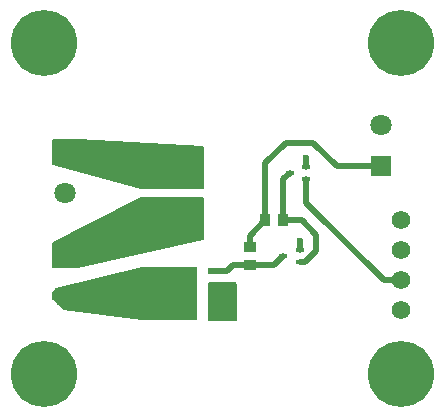
<source format=gbr>
%TF.GenerationSoftware,KiCad,Pcbnew,8.0.3*%
%TF.CreationDate,2024-09-01T12:25:55-04:00*%
%TF.ProjectId,Cradle_Rocker_Board_RV01,43726164-6c65-45f5-926f-636b65725f42,rev?*%
%TF.SameCoordinates,Original*%
%TF.FileFunction,Copper,L1,Top*%
%TF.FilePolarity,Positive*%
%FSLAX46Y46*%
G04 Gerber Fmt 4.6, Leading zero omitted, Abs format (unit mm)*
G04 Created by KiCad (PCBNEW 8.0.3) date 2024-09-01 12:25:55*
%MOMM*%
%LPD*%
G01*
G04 APERTURE LIST*
%TA.AperFunction,SMDPad,CuDef*%
%ADD10R,1.200000X3.300000*%
%TD*%
%TA.AperFunction,SMDPad,CuDef*%
%ADD11R,1.200000X0.600000*%
%TD*%
%TA.AperFunction,SMDPad,CuDef*%
%ADD12R,4.650000X4.510000*%
%TD*%
%TA.AperFunction,ComponentPad*%
%ADD13C,5.600000*%
%TD*%
%TA.AperFunction,SMDPad,CuDef*%
%ADD14R,0.650000X0.460000*%
%TD*%
%TA.AperFunction,SMDPad,CuDef*%
%ADD15R,0.830000X1.010000*%
%TD*%
%TA.AperFunction,ComponentPad*%
%ADD16C,1.574800*%
%TD*%
%TA.AperFunction,ComponentPad*%
%ADD17R,1.800000X1.800000*%
%TD*%
%TA.AperFunction,ComponentPad*%
%ADD18C,1.800000*%
%TD*%
%TA.AperFunction,SMDPad,CuDef*%
%ADD19R,1.010000X0.830000*%
%TD*%
%TA.AperFunction,SMDPad,CuDef*%
%ADD20R,5.330000X3.630000*%
%TD*%
%TA.AperFunction,ViaPad*%
%ADD21C,0.600000*%
%TD*%
%TA.AperFunction,Conductor*%
%ADD22C,0.500000*%
%TD*%
G04 APERTURE END LIST*
D10*
%TO.P,Q1,1,S*%
%TO.N,GND*%
X210500000Y-87880000D03*
D11*
%TO.P,Q1,2,G*%
%TO.N,/DRV*%
X210500000Y-85260000D03*
D12*
%TO.P,Q1,3,D*%
%TO.N,/coil-*%
X206675000Y-87165000D03*
%TD*%
D13*
%TO.P,H1,1,1*%
%TO.N,GND*%
X196000000Y-66000000D03*
%TD*%
D14*
%TO.P,Q3,1,G*%
%TO.N,/GPIO*%
X218250000Y-77499998D03*
%TO.P,Q3,2,S*%
%TO.N,GND*%
X218250000Y-76500000D03*
%TO.P,Q3,3,D*%
%TO.N,Net-(Q2-G)*%
X216827600Y-76999999D03*
%TD*%
D15*
%TO.P,R3,1*%
%TO.N,VUSB*%
X214780000Y-81000000D03*
%TO.P,R3,2*%
%TO.N,Net-(Q2-G)*%
X216300000Y-81000000D03*
%TD*%
D16*
%TO.P,J3,1,Pin_1*%
%TO.N,unconnected-(J3-Pin_1-Pad1)*%
X226247150Y-81000000D03*
%TO.P,J3,2,Pin_2*%
%TO.N,unconnected-(J3-Pin_2-Pad2)*%
X226247150Y-83540000D03*
%TO.P,J3,3,Pin_3*%
%TO.N,/GPIO*%
X226247150Y-86080000D03*
%TO.P,J3,4,Pin_4*%
%TO.N,GND*%
X226247150Y-88620000D03*
%TD*%
D17*
%TO.P,J2,1,Pin_1*%
%TO.N,/coil+*%
X197800000Y-83960117D03*
D18*
%TO.P,J2,2,Pin_2*%
%TO.N,/coil-*%
X197800000Y-87460117D03*
%TD*%
D19*
%TO.P,R2,1*%
%TO.N,VUSB*%
X213500000Y-83240000D03*
%TO.P,R2,2*%
%TO.N,/DRV*%
X213500000Y-84760000D03*
%TD*%
D14*
%TO.P,Q2,1,G*%
%TO.N,Net-(Q2-G)*%
X217700000Y-84499998D03*
%TO.P,Q2,2,S*%
%TO.N,GND*%
X217700000Y-83500000D03*
%TO.P,Q2,3,D*%
%TO.N,/DRV*%
X216277600Y-83999999D03*
%TD*%
D17*
%TO.P,J1,1,Pin_1*%
%TO.N,VBUS*%
X197825000Y-75215000D03*
D18*
%TO.P,J1,2,Pin_2*%
%TO.N,GND*%
X197825000Y-78715000D03*
%TD*%
D13*
%TO.P,H3,1,1*%
%TO.N,GND*%
X196000000Y-94000000D03*
%TD*%
D17*
%TO.P,J4,1,Pin_1*%
%TO.N,VUSB*%
X224522150Y-76402600D03*
D18*
%TO.P,J4,2,Pin_2*%
%TO.N,GND*%
X224522150Y-72902600D03*
%TD*%
D13*
%TO.P,H2,1,1*%
%TO.N,GND*%
X226247150Y-66000000D03*
%TD*%
%TO.P,H4,1,1*%
%TO.N,GND*%
X226247150Y-94000000D03*
%TD*%
D20*
%TO.P,R1,1*%
%TO.N,VBUS*%
X206900000Y-76560000D03*
%TO.P,R1,2*%
%TO.N,/coil+*%
X206900000Y-80800000D03*
%TD*%
D21*
%TO.N,GND*%
X211530000Y-88580000D03*
X217700000Y-82700000D03*
X212030000Y-86480000D03*
X211530000Y-87170000D03*
X218250000Y-75700000D03*
X212030000Y-89280000D03*
X212030000Y-87880000D03*
%TD*%
D22*
%TO.N,GND*%
X218250000Y-75700000D02*
X218250000Y-76490000D01*
X210500000Y-87880000D02*
X212030000Y-87880000D01*
X210500000Y-87170000D02*
X211530000Y-87170000D01*
X210500000Y-88580000D02*
X211530000Y-88580000D01*
X210500000Y-89280000D02*
X212030000Y-89280000D01*
X217700000Y-83500000D02*
X217700000Y-82700000D01*
X210500000Y-86480000D02*
X212030000Y-86480000D01*
%TO.N,VBUS*%
X197825000Y-75215000D02*
X205555000Y-75215000D01*
X205555000Y-75215000D02*
X206900000Y-76560000D01*
%TO.N,/coil-*%
X206379883Y-87460117D02*
X206675000Y-87165000D01*
X197800000Y-87460117D02*
X206379883Y-87460117D01*
%TO.N,/coil+*%
X203295000Y-80800000D02*
X200134883Y-83960117D01*
X206900000Y-80800000D02*
X203295000Y-80800000D01*
X200134883Y-83960117D02*
X197800000Y-83960117D01*
%TO.N,/GPIO*%
X224780000Y-86080000D02*
X226247150Y-86080000D01*
X218250000Y-77499998D02*
X218250000Y-79550000D01*
X218250000Y-79550000D02*
X224780000Y-86080000D01*
%TO.N,VUSB*%
X213500000Y-83240000D02*
X213500000Y-82280000D01*
X213500000Y-82280000D02*
X214780000Y-81000000D01*
X214780000Y-76120000D02*
X216500000Y-74400000D01*
X216500000Y-74400000D02*
X218800000Y-74400000D01*
X214780000Y-81000000D02*
X214780000Y-76120000D01*
X220802600Y-76402600D02*
X224522150Y-76402600D01*
X218800000Y-74400000D02*
X220802600Y-76402600D01*
%TO.N,/DRV*%
X211500000Y-85260000D02*
X210500000Y-85260000D01*
X213500000Y-84760000D02*
X212000000Y-84760000D01*
X213500000Y-84760000D02*
X215517599Y-84760000D01*
X215517599Y-84760000D02*
X216277600Y-83999999D01*
X212000000Y-84760000D02*
X211500000Y-85260000D01*
%TO.N,Net-(Q2-G)*%
X216300000Y-77527599D02*
X216827600Y-76999999D01*
X218155002Y-84499998D02*
X217700000Y-84499998D01*
X216300000Y-81000000D02*
X216300000Y-77527599D01*
X219100000Y-83555000D02*
X218155002Y-84499998D01*
X216300000Y-81000000D02*
X217900000Y-81000000D01*
X219100000Y-82200000D02*
X219100000Y-83555000D01*
X217900000Y-81000000D02*
X219100000Y-82200000D01*
%TD*%
%TA.AperFunction,Conductor*%
%TO.N,GND*%
G36*
X212273039Y-86249685D02*
G01*
X212318794Y-86302489D01*
X212330000Y-86354000D01*
X212330000Y-89406000D01*
X212310315Y-89473039D01*
X212257511Y-89518794D01*
X212206000Y-89530000D01*
X210024000Y-89530000D01*
X209956961Y-89510315D01*
X209911206Y-89457511D01*
X209900000Y-89406000D01*
X209900000Y-86354000D01*
X209919685Y-86286961D01*
X209972489Y-86241206D01*
X210024000Y-86230000D01*
X212206000Y-86230000D01*
X212273039Y-86249685D01*
G37*
%TD.AperFunction*%
%TD*%
%TA.AperFunction,Conductor*%
%TO.N,VBUS*%
G36*
X198928664Y-74115216D02*
G01*
X209448331Y-74738092D01*
X209514088Y-74761703D01*
X209556642Y-74817120D01*
X209565000Y-74861874D01*
X209565000Y-78251000D01*
X209545315Y-78318039D01*
X209492511Y-78363794D01*
X209441000Y-78375000D01*
X204251699Y-78375000D01*
X204218897Y-78370583D01*
X196816198Y-76340015D01*
X196756754Y-76303298D01*
X196726597Y-76240271D01*
X196725000Y-76220432D01*
X196725000Y-74239000D01*
X196744685Y-74171961D01*
X196797489Y-74126206D01*
X196849000Y-74115000D01*
X198921336Y-74115000D01*
X198928664Y-74115216D01*
G37*
%TD.AperFunction*%
%TD*%
%TA.AperFunction,Conductor*%
%TO.N,/coil+*%
G36*
X209508039Y-79004685D02*
G01*
X209553794Y-79057489D01*
X209565000Y-79109000D01*
X209565000Y-82516211D01*
X209545315Y-82583250D01*
X209492511Y-82629005D01*
X209468709Y-82637075D01*
X198913679Y-85056864D01*
X198885970Y-85060000D01*
X196824000Y-85060000D01*
X196756961Y-85040315D01*
X196711206Y-84987511D01*
X196700000Y-84936000D01*
X196700000Y-82935667D01*
X196719685Y-82868628D01*
X196767289Y-82825395D01*
X199762917Y-81284843D01*
X204208309Y-78998727D01*
X204265018Y-78985000D01*
X209441000Y-78985000D01*
X209508039Y-79004685D01*
G37*
%TD.AperFunction*%
%TD*%
%TA.AperFunction,Conductor*%
%TO.N,/coil-*%
G36*
X208943039Y-84929685D02*
G01*
X208988794Y-84982489D01*
X209000000Y-85034000D01*
X209000000Y-89296000D01*
X208980315Y-89363039D01*
X208927511Y-89408794D01*
X208876000Y-89420000D01*
X204358008Y-89420000D01*
X204342064Y-89418971D01*
X197679152Y-88555076D01*
X197615200Y-88526935D01*
X197610989Y-88523221D01*
X196769893Y-87746824D01*
X196733984Y-87686888D01*
X196730000Y-87655708D01*
X196730000Y-87235094D01*
X196743796Y-87178252D01*
X196949184Y-86780050D01*
X196997408Y-86729494D01*
X197029674Y-86716507D01*
X204335363Y-84913611D01*
X204365072Y-84910000D01*
X208876000Y-84910000D01*
X208943039Y-84929685D01*
G37*
%TD.AperFunction*%
%TD*%
M02*

</source>
